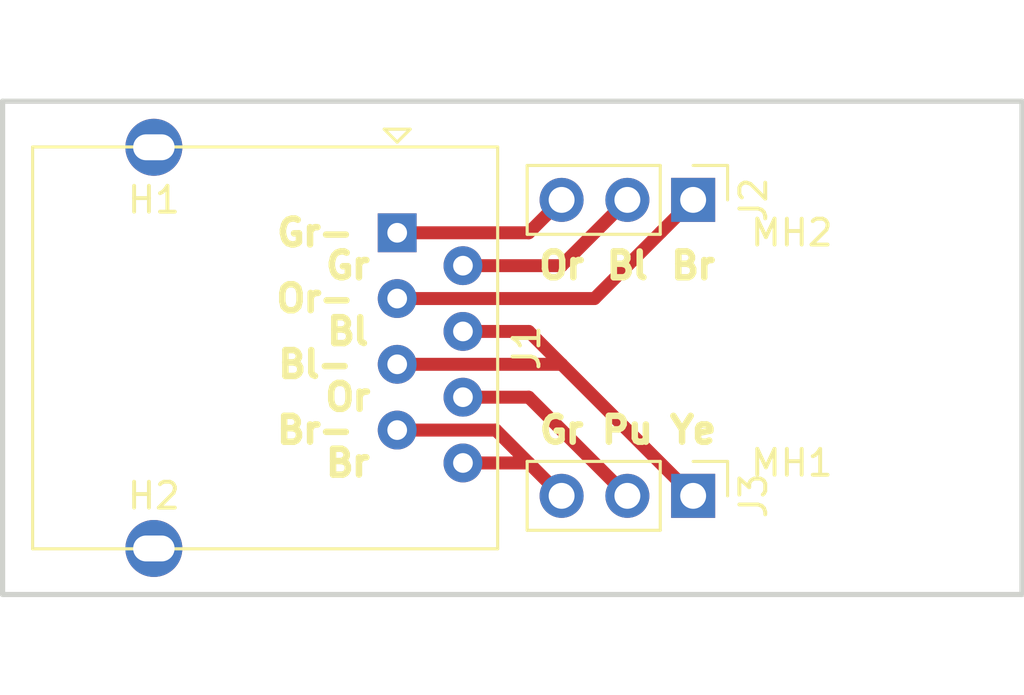
<source format=kicad_pcb>
(kicad_pcb (version 20171130) (host pcbnew 5.0.1)

  (general
    (thickness 1.6)
    (drawings 18)
    (tracks 17)
    (zones 0)
    (modules 7)
    (nets 7)
  )

  (page A4)
  (layers
    (0 F.Cu signal)
    (31 B.Cu signal)
    (32 B.Adhes user)
    (33 F.Adhes user)
    (34 B.Paste user)
    (35 F.Paste user)
    (36 B.SilkS user)
    (37 F.SilkS user)
    (38 B.Mask user)
    (39 F.Mask user)
    (40 Dwgs.User user)
    (41 Cmts.User user)
    (42 Eco1.User user)
    (43 Eco2.User user)
    (44 Edge.Cuts user)
    (45 Margin user)
    (46 B.CrtYd user)
    (47 F.CrtYd user)
    (48 B.Fab user)
    (49 F.Fab user)
  )

  (setup
    (last_trace_width 0.25)
    (user_trace_width 0.5)
    (user_trace_width 1)
    (trace_clearance 0.2)
    (zone_clearance 0.508)
    (zone_45_only no)
    (trace_min 0.2)
    (segment_width 0.2)
    (edge_width 0.15)
    (via_size 0.8)
    (via_drill 0.4)
    (via_min_size 0.4)
    (via_min_drill 0.3)
    (uvia_size 0.3)
    (uvia_drill 0.1)
    (uvias_allowed no)
    (uvia_min_size 0.2)
    (uvia_min_drill 0.1)
    (pcb_text_width 0.3)
    (pcb_text_size 1.5 1.5)
    (mod_edge_width 0.15)
    (mod_text_size 1 1)
    (mod_text_width 0.15)
    (pad_size 2.2 2.2)
    (pad_drill 1.6)
    (pad_to_mask_clearance 0.2)
    (solder_mask_min_width 0.25)
    (aux_axis_origin 0 0)
    (visible_elements FFFFFF7F)
    (pcbplotparams
      (layerselection 0x010fc_ffffffff)
      (usegerberextensions false)
      (usegerberattributes false)
      (usegerberadvancedattributes false)
      (creategerberjobfile false)
      (excludeedgelayer true)
      (linewidth 0.100000)
      (plotframeref false)
      (viasonmask false)
      (mode 1)
      (useauxorigin false)
      (hpglpennumber 1)
      (hpglpenspeed 20)
      (hpglpendiameter 15.000000)
      (psnegative false)
      (psa4output false)
      (plotreference true)
      (plotvalue true)
      (plotinvisibletext false)
      (padsonsilk false)
      (subtractmaskfromsilk false)
      (outputformat 1)
      (mirror false)
      (drillshape 1)
      (scaleselection 1)
      (outputdirectory ""))
  )

  (net 0 "")
  (net 1 Gray)
  (net 2 Blue)
  (net 3 Yellow)
  (net 4 Orange)
  (net 5 Purple)
  (net 6 Brown)

  (net_class Default "This is the default net class."
    (clearance 0.2)
    (trace_width 0.25)
    (via_dia 0.8)
    (via_drill 0.4)
    (uvia_dia 0.3)
    (uvia_drill 0.1)
    (add_net Blue)
    (add_net Brown)
    (add_net Gray)
    (add_net Orange)
    (add_net Purple)
    (add_net Yellow)
  )

  (module MountingHole:MountingHole_2.2mm_M2 (layer F.Cu) (tedit 5BE2B132) (tstamp 5BECE693)
    (at 101.092 64.008)
    (descr "Mounting Hole 2.2mm, no annular, M2")
    (tags "mounting hole 2.2mm no annular m2")
    (path /5BE12530)
    (attr virtual)
    (fp_text reference H1 (at 0 2.032) (layer F.SilkS)
      (effects (font (size 1 1) (thickness 0.15)))
    )
    (fp_text value MountingHole (at 0 3.2) (layer F.Fab)
      (effects (font (size 1 1) (thickness 0.15)))
    )
    (fp_text user %R (at 0.3 0) (layer F.Fab)
      (effects (font (size 1 1) (thickness 0.15)))
    )
    (fp_circle (center 0 0) (end 2.2 0) (layer Cmts.User) (width 0.15))
    (fp_circle (center 0 0) (end 2.45 0) (layer F.CrtYd) (width 0.05))
    (pad "" np_thru_hole circle (at 0 0) (size 2.2 2.2) (drill oval 1.6 1) (layers *.Cu *.Mask))
  )

  (module MountingHole:MountingHole_2.2mm_M2 (layer F.Cu) (tedit 5BE2B13C) (tstamp 5BECE69A)
    (at 101.092 79.502)
    (descr "Mounting Hole 2.2mm, no annular, M2")
    (tags "mounting hole 2.2mm no annular m2")
    (path /5BE126D2)
    (attr virtual)
    (fp_text reference H2 (at 0 -2.032) (layer F.SilkS)
      (effects (font (size 1 1) (thickness 0.15)))
    )
    (fp_text value MountingHole (at 0 3.2) (layer F.Fab)
      (effects (font (size 1 1) (thickness 0.15)))
    )
    (fp_circle (center 0 0) (end 2.45 0) (layer F.CrtYd) (width 0.05))
    (fp_circle (center 0 0) (end 2.2 0) (layer Cmts.User) (width 0.15))
    (fp_text user %R (at 0.3 0) (layer F.Fab)
      (effects (font (size 1 1) (thickness 0.15)))
    )
    (pad "" np_thru_hole circle (at 0 0) (size 2.2 2.2) (drill oval 1.6 1) (layers *.Cu *.Mask))
  )

  (module MountingHole:MountingHole_3mm (layer F.Cu) (tedit 56D1B4CB) (tstamp 5BEC0EDB)
    (at 129.54 67.31)
    (descr "Mounting Hole 3mm, no annular")
    (tags "mounting hole 3mm no annular")
    (path /5BDFCB36)
    (attr virtual)
    (fp_text reference MH2 (at -3.81 0) (layer F.SilkS)
      (effects (font (size 1 1) (thickness 0.15)))
    )
    (fp_text value MountingHole (at 0 4) (layer F.Fab)
      (effects (font (size 1 1) (thickness 0.15)))
    )
    (fp_text user %R (at 0.3 0) (layer F.Fab)
      (effects (font (size 1 1) (thickness 0.15)))
    )
    (fp_circle (center 0 0) (end 3 0) (layer Cmts.User) (width 0.15))
    (fp_circle (center 0 0) (end 3.25 0) (layer F.CrtYd) (width 0.05))
    (pad 1 np_thru_hole circle (at 0 0) (size 3 3) (drill 3) (layers *.Cu *.Mask))
  )

  (module MountingHole:MountingHole_3mm (layer F.Cu) (tedit 56D1B4CB) (tstamp 5BEC10A7)
    (at 129.54 76.2)
    (descr "Mounting Hole 3mm, no annular")
    (tags "mounting hole 3mm no annular")
    (path /5BDFCB03)
    (attr virtual)
    (fp_text reference MH1 (at -3.81 0) (layer F.SilkS)
      (effects (font (size 1 1) (thickness 0.15)))
    )
    (fp_text value MountingHole (at 0 4) (layer F.Fab)
      (effects (font (size 1 1) (thickness 0.15)))
    )
    (fp_circle (center 0 0) (end 3.25 0) (layer F.CrtYd) (width 0.05))
    (fp_circle (center 0 0) (end 3 0) (layer Cmts.User) (width 0.15))
    (fp_text user %R (at 0.3 0) (layer F.Fab)
      (effects (font (size 1 1) (thickness 0.15)))
    )
    (pad 1 np_thru_hole circle (at 0 0) (size 3 3) (drill 3) (layers *.Cu *.Mask))
  )

  (module Connector_RJ:RJ45_Amphenol_54602-x08_Horizontal (layer F.Cu) (tedit 5B103613) (tstamp 5BE02996)
    (at 110.49 67.31 270)
    (descr "8 Pol Shallow Latch Connector, Modjack, RJ45 (https://cdn.amphenol-icc.com/media/wysiwyg/files/drawing/c-bmj-0102.pdf)")
    (tags RJ45)
    (path /5BDFC84F)
    (fp_text reference J1 (at 4.445 -5 270) (layer F.SilkS)
      (effects (font (size 1 1) (thickness 0.15)))
    )
    (fp_text value 8P8C (at 4.445 4 270) (layer F.Fab)
      (effects (font (size 1 1) (thickness 0.15)))
    )
    (fp_line (start 12.6 14.47) (end -3.71 14.47) (layer F.CrtYd) (width 0.05))
    (fp_line (start 12.6 14.47) (end 12.6 -4.27) (layer F.CrtYd) (width 0.05))
    (fp_line (start -3.71 -4.27) (end -3.71 14.47) (layer F.CrtYd) (width 0.05))
    (fp_line (start -3.71 -4.27) (end 12.6 -4.27) (layer F.CrtYd) (width 0.05))
    (fp_line (start -3.315 -3.88) (end -3.315 14.08) (layer F.SilkS) (width 0.12))
    (fp_line (start 12.205 -3.88) (end -3.315 -3.88) (layer F.SilkS) (width 0.12))
    (fp_line (start 12.205 -3.88) (end 12.205 14.08) (layer F.SilkS) (width 0.12))
    (fp_line (start -3.315 14.08) (end 12.205 14.08) (layer F.SilkS) (width 0.12))
    (fp_line (start -3.205 -2.77) (end -2.205 -3.77) (layer F.Fab) (width 0.12))
    (fp_line (start -2.205 -3.77) (end 12.095 -3.77) (layer F.Fab) (width 0.12))
    (fp_line (start 12.095 -3.77) (end 12.095 13.97) (layer F.Fab) (width 0.12))
    (fp_line (start 12.095 13.97) (end -3.205 13.97) (layer F.Fab) (width 0.12))
    (fp_line (start -3.205 13.97) (end -3.205 -2.77) (layer F.Fab) (width 0.12))
    (fp_line (start -3.5 0) (end -4 -0.5) (layer F.SilkS) (width 0.12))
    (fp_line (start -4 -0.5) (end -4 0.5) (layer F.SilkS) (width 0.12))
    (fp_line (start -4 0.5) (end -3.5 0) (layer F.SilkS) (width 0.12))
    (fp_text user %R (at 4.445 2 270) (layer F.Fab)
      (effects (font (size 1 1) (thickness 0.15)))
    )
    (pad 8 thru_hole circle (at 8.89 -2.54 270) (size 1.5 1.5) (drill 0.76) (layers *.Cu *.Mask)
      (net 1 Gray))
    (pad 7 thru_hole circle (at 7.62 0 270) (size 1.5 1.5) (drill 0.76) (layers *.Cu *.Mask)
      (net 1 Gray))
    (pad 6 thru_hole circle (at 6.35 -2.54 270) (size 1.5 1.5) (drill 0.76) (layers *.Cu *.Mask)
      (net 5 Purple))
    (pad 5 thru_hole circle (at 5.08 0 270) (size 1.5 1.5) (drill 0.76) (layers *.Cu *.Mask)
      (net 3 Yellow))
    (pad 4 thru_hole circle (at 3.81 -2.54 270) (size 1.5 1.5) (drill 0.76) (layers *.Cu *.Mask)
      (net 3 Yellow))
    (pad 3 thru_hole circle (at 2.54 0 270) (size 1.5 1.5) (drill 0.76) (layers *.Cu *.Mask)
      (net 6 Brown))
    (pad 2 thru_hole circle (at 1.27 -2.54 270) (size 1.5 1.5) (drill 0.76) (layers *.Cu *.Mask)
      (net 2 Blue))
    (pad 1 thru_hole rect (at 0 0 270) (size 1.5 1.5) (drill 0.76) (layers *.Cu *.Mask)
      (net 4 Orange))
    (pad "" np_thru_hole circle (at -1.27 6.35 270) (size 3.2 3.2) (drill 3.2) (layers *.Cu *.Mask))
    (pad "" np_thru_hole circle (at 10.16 6.35 270) (size 3.2 3.2) (drill 3.2) (layers *.Cu *.Mask))
    (model ${KISYS3DMOD}/Connector_RJ.3dshapes/RJ45_Amphenol_54602-x08_Horizontal.wrl
      (at (xyz 0 0 0))
      (scale (xyz 1 1 1))
      (rotate (xyz 0 0 0))
    )
  )

  (module Connector_PinHeader_2.54mm:PinHeader_1x03_P2.54mm_Vertical (layer F.Cu) (tedit 59FED5CC) (tstamp 5BEC0F11)
    (at 121.92 66.04 270)
    (descr "Through hole straight pin header, 1x03, 2.54mm pitch, single row")
    (tags "Through hole pin header THT 1x03 2.54mm single row")
    (path /5BDFCBC7)
    (fp_text reference J2 (at 0 -2.33 270) (layer F.SilkS)
      (effects (font (size 1 1) (thickness 0.15)))
    )
    (fp_text value Conn_01x03_Female (at 0 7.41 270) (layer F.Fab)
      (effects (font (size 1 1) (thickness 0.15)))
    )
    (fp_text user %R (at 0 2.54) (layer F.Fab)
      (effects (font (size 1 1) (thickness 0.15)))
    )
    (fp_line (start 1.8 -1.8) (end -1.8 -1.8) (layer F.CrtYd) (width 0.05))
    (fp_line (start 1.8 6.85) (end 1.8 -1.8) (layer F.CrtYd) (width 0.05))
    (fp_line (start -1.8 6.85) (end 1.8 6.85) (layer F.CrtYd) (width 0.05))
    (fp_line (start -1.8 -1.8) (end -1.8 6.85) (layer F.CrtYd) (width 0.05))
    (fp_line (start -1.33 -1.33) (end 0 -1.33) (layer F.SilkS) (width 0.12))
    (fp_line (start -1.33 0) (end -1.33 -1.33) (layer F.SilkS) (width 0.12))
    (fp_line (start -1.33 1.27) (end 1.33 1.27) (layer F.SilkS) (width 0.12))
    (fp_line (start 1.33 1.27) (end 1.33 6.41) (layer F.SilkS) (width 0.12))
    (fp_line (start -1.33 1.27) (end -1.33 6.41) (layer F.SilkS) (width 0.12))
    (fp_line (start -1.33 6.41) (end 1.33 6.41) (layer F.SilkS) (width 0.12))
    (fp_line (start -1.27 -0.635) (end -0.635 -1.27) (layer F.Fab) (width 0.1))
    (fp_line (start -1.27 6.35) (end -1.27 -0.635) (layer F.Fab) (width 0.1))
    (fp_line (start 1.27 6.35) (end -1.27 6.35) (layer F.Fab) (width 0.1))
    (fp_line (start 1.27 -1.27) (end 1.27 6.35) (layer F.Fab) (width 0.1))
    (fp_line (start -0.635 -1.27) (end 1.27 -1.27) (layer F.Fab) (width 0.1))
    (pad 3 thru_hole oval (at 0 5.08 270) (size 1.7 1.7) (drill 1) (layers *.Cu *.Mask)
      (net 4 Orange))
    (pad 2 thru_hole oval (at 0 2.54 270) (size 1.7 1.7) (drill 1) (layers *.Cu *.Mask)
      (net 2 Blue))
    (pad 1 thru_hole rect (at 0 0 270) (size 1.7 1.7) (drill 1) (layers *.Cu *.Mask)
      (net 6 Brown))
    (model ${KISYS3DMOD}/Connector_PinHeader_2.54mm.3dshapes/PinHeader_1x03_P2.54mm_Vertical.wrl
      (at (xyz 0 0 0))
      (scale (xyz 1 1 1))
      (rotate (xyz 0 0 0))
    )
  )

  (module Connector_PinHeader_2.54mm:PinHeader_1x03_P2.54mm_Vertical (layer F.Cu) (tedit 59FED5CC) (tstamp 5BEC0F28)
    (at 121.92 77.47 270)
    (descr "Through hole straight pin header, 1x03, 2.54mm pitch, single row")
    (tags "Through hole pin header THT 1x03 2.54mm single row")
    (path /5BDFCBFF)
    (fp_text reference J3 (at 0 -2.33 270) (layer F.SilkS)
      (effects (font (size 1 1) (thickness 0.15)))
    )
    (fp_text value Conn_01x03_Female (at 0 7.41 270) (layer F.Fab)
      (effects (font (size 1 1) (thickness 0.15)))
    )
    (fp_text user %R (at 0 2.54) (layer F.Fab)
      (effects (font (size 1 1) (thickness 0.15)))
    )
    (fp_line (start 1.8 -1.8) (end -1.8 -1.8) (layer F.CrtYd) (width 0.05))
    (fp_line (start 1.8 6.85) (end 1.8 -1.8) (layer F.CrtYd) (width 0.05))
    (fp_line (start -1.8 6.85) (end 1.8 6.85) (layer F.CrtYd) (width 0.05))
    (fp_line (start -1.8 -1.8) (end -1.8 6.85) (layer F.CrtYd) (width 0.05))
    (fp_line (start -1.33 -1.33) (end 0 -1.33) (layer F.SilkS) (width 0.12))
    (fp_line (start -1.33 0) (end -1.33 -1.33) (layer F.SilkS) (width 0.12))
    (fp_line (start -1.33 1.27) (end 1.33 1.27) (layer F.SilkS) (width 0.12))
    (fp_line (start 1.33 1.27) (end 1.33 6.41) (layer F.SilkS) (width 0.12))
    (fp_line (start -1.33 1.27) (end -1.33 6.41) (layer F.SilkS) (width 0.12))
    (fp_line (start -1.33 6.41) (end 1.33 6.41) (layer F.SilkS) (width 0.12))
    (fp_line (start -1.27 -0.635) (end -0.635 -1.27) (layer F.Fab) (width 0.1))
    (fp_line (start -1.27 6.35) (end -1.27 -0.635) (layer F.Fab) (width 0.1))
    (fp_line (start 1.27 6.35) (end -1.27 6.35) (layer F.Fab) (width 0.1))
    (fp_line (start 1.27 -1.27) (end 1.27 6.35) (layer F.Fab) (width 0.1))
    (fp_line (start -0.635 -1.27) (end 1.27 -1.27) (layer F.Fab) (width 0.1))
    (pad 3 thru_hole oval (at 0 5.08 270) (size 1.7 1.7) (drill 1) (layers *.Cu *.Mask)
      (net 1 Gray))
    (pad 2 thru_hole oval (at 0 2.54 270) (size 1.7 1.7) (drill 1) (layers *.Cu *.Mask)
      (net 5 Purple))
    (pad 1 thru_hole rect (at 0 0 270) (size 1.7 1.7) (drill 1) (layers *.Cu *.Mask)
      (net 3 Yellow))
    (model ${KISYS3DMOD}/Connector_PinHeader_2.54mm.3dshapes/PinHeader_1x03_P2.54mm_Vertical.wrl
      (at (xyz 0 0 0))
      (scale (xyz 1 1 1))
      (rotate (xyz 0 0 0))
    )
  )

  (gr_text Or- (at 107.315 69.85) (layer F.SilkS) (tstamp 5BE0245A)
    (effects (font (size 1 1) (thickness 0.25)))
  )
  (gr_text Or (at 108.585 73.66) (layer F.SilkS) (tstamp 5BE02404)
    (effects (font (size 1 1) (thickness 0.25)))
  )
  (gr_text Gr- (at 107.315 67.31) (layer F.SilkS) (tstamp 5BE023AE)
    (effects (font (size 1 1) (thickness 0.25)))
  )
  (gr_text Bl (at 108.585 71.12) (layer F.SilkS) (tstamp 5BE022FB)
    (effects (font (size 1 1) (thickness 0.25)))
  )
  (gr_text Bl- (at 107.315 72.39) (layer F.SilkS) (tstamp 5BE021CC)
    (effects (font (size 1 1) (thickness 0.25)))
  )
  (gr_text Gr (at 108.585 68.58) (layer F.SilkS) (tstamp 5BE02119)
    (effects (font (size 1 1) (thickness 0.25)))
  )
  (gr_text Br- (at 107.315 74.93) (layer F.SilkS) (tstamp 5BE01FD4)
    (effects (font (size 1 1) (thickness 0.25)))
  )
  (gr_text Br (at 108.585 76.2) (layer F.SilkS) (tstamp 5BE01F7E)
    (effects (font (size 1 1) (thickness 0.25)))
  )
  (gr_text Or (at 116.84 68.58) (layer F.SilkS) (tstamp 5BE01CAF)
    (effects (font (size 1 1) (thickness 0.25)))
  )
  (gr_text Pu (at 119.38 74.93) (layer F.SilkS) (tstamp 5BE01C76)
    (effects (font (size 1 1) (thickness 0.25)))
  )
  (gr_text Br (at 121.92 68.58) (layer F.SilkS) (tstamp 5BE01C3E)
    (effects (font (size 1 1) (thickness 0.25)))
  )
  (gr_text Gr (at 116.84 74.93) (layer F.SilkS) (tstamp 5BE01BD1)
    (effects (font (size 1 1) (thickness 0.25)))
  )
  (gr_text Bl (at 119.38 68.58) (layer F.SilkS) (tstamp 5BE01B2F)
    (effects (font (size 1 1) (thickness 0.25)))
  )
  (gr_text Ye (at 121.92 74.93) (layer F.SilkS)
    (effects (font (size 1 1) (thickness 0.25)))
  )
  (gr_line (start 95.25 81.28) (end 95.25 62.23) (layer Edge.Cuts) (width 0.2))
  (gr_line (start 134.62 81.28) (end 95.25 81.28) (layer Edge.Cuts) (width 0.2))
  (gr_line (start 134.62 62.23) (end 134.62 81.28) (layer Edge.Cuts) (width 0.2))
  (gr_line (start 95.25 62.23) (end 134.62 62.23) (layer Edge.Cuts) (width 0.2))

  (segment (start 110.49 74.93) (end 114.3 74.93) (width 0.5) (layer F.Cu) (net 1))
  (segment (start 113.03 76.2) (end 115.57 76.2) (width 0.5) (layer F.Cu) (net 1))
  (segment (start 114.3 74.93) (end 115.57 76.2) (width 0.5) (layer F.Cu) (net 1))
  (segment (start 115.57 76.2) (end 116.84 77.47) (width 0.5) (layer F.Cu) (net 1))
  (segment (start 116.84 68.58) (end 119.38 66.04) (width 0.5) (layer F.Cu) (net 2))
  (segment (start 113.03 68.58) (end 116.84 68.58) (width 0.5) (layer F.Cu) (net 2))
  (segment (start 110.49 72.39) (end 116.84 72.39) (width 0.5) (layer F.Cu) (net 3))
  (segment (start 116.84 72.39) (end 121.92 77.47) (width 0.5) (layer F.Cu) (net 3))
  (segment (start 115.57 71.12) (end 116.84 72.39) (width 0.5) (layer F.Cu) (net 3))
  (segment (start 113.03 71.12) (end 115.57 71.12) (width 0.5) (layer F.Cu) (net 3))
  (segment (start 115.57 67.31) (end 116.84 66.04) (width 0.5) (layer F.Cu) (net 4))
  (segment (start 110.49 67.31) (end 115.57 67.31) (width 0.5) (layer F.Cu) (net 4))
  (segment (start 113.03 73.66) (end 115.57 73.66) (width 0.5) (layer F.Cu) (net 5))
  (segment (start 115.57 73.66) (end 119.38 77.47) (width 0.5) (layer F.Cu) (net 5))
  (segment (start 110.49 69.85) (end 118.11 69.85) (width 0.5) (layer F.Cu) (net 6))
  (segment (start 120.680001 67.279999) (end 121.92 66.04) (width 0.5) (layer F.Cu) (net 6))
  (segment (start 118.11 69.85) (end 120.680001 67.279999) (width 0.5) (layer F.Cu) (net 6))

)

</source>
